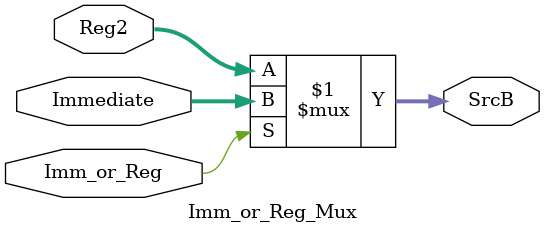
<source format=sv>
`timescale 1ns / 1ps

module Imm_or_Reg_Mux(
    input wire logic Imm_or_Reg, 
    input wire logic [31:0] Reg2, Immediate, 
    output logic [31:0] SrcB 
    );
    
    // 1 when immediate, 0 when not immediate
    
    assign SrcB = (Imm_or_Reg) ? Immediate : Reg2; 
    
endmodule

</source>
